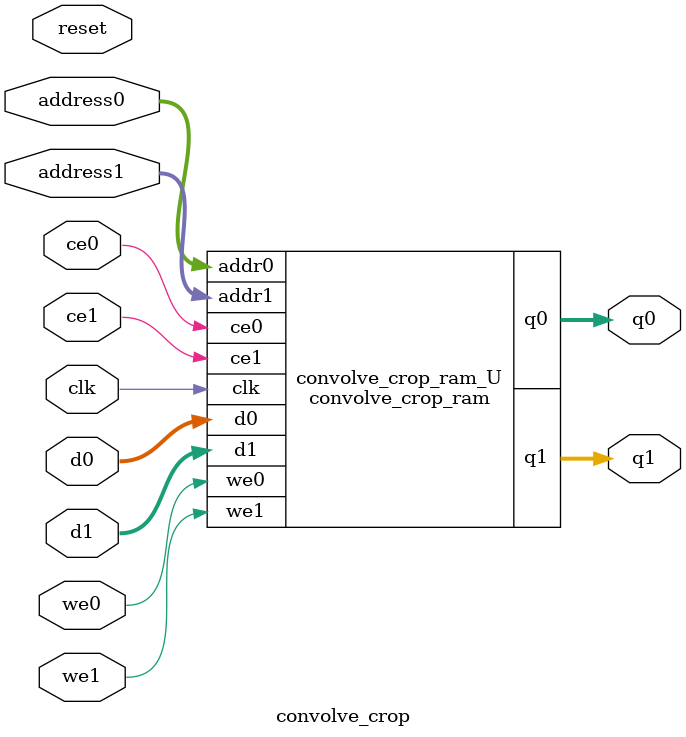
<source format=v>

`timescale 1 ns / 1 ps
module convolve_crop_ram (addr0, ce0, d0, we0, q0, addr1, ce1, d1, we1, q1,  clk);

parameter DWIDTH = 32;
parameter AWIDTH = 4;
parameter MEM_SIZE = 9;

input[AWIDTH-1:0] addr0;
input ce0;
input[DWIDTH-1:0] d0;
input we0;
output reg[DWIDTH-1:0] q0;
input[AWIDTH-1:0] addr1;
input ce1;
input[DWIDTH-1:0] d1;
input we1;
output reg[DWIDTH-1:0] q1;
input clk;

(* ram_style = "block" *)reg [DWIDTH-1:0] ram[0:MEM_SIZE-1];




always @(posedge clk)  
begin 
    if (ce0) 
    begin
        if (we0) 
        begin 
            ram[addr0] <= d0; 
            q0 <= d0;
        end 
        else 
            q0 <= ram[addr0];
    end
end


always @(posedge clk)  
begin 
    if (ce1) 
    begin
        if (we1) 
        begin 
            ram[addr1] <= d1; 
            q1 <= d1;
        end 
        else 
            q1 <= ram[addr1];
    end
end


endmodule


`timescale 1 ns / 1 ps
module convolve_crop(
    reset,
    clk,
    address0,
    ce0,
    we0,
    d0,
    q0,
    address1,
    ce1,
    we1,
    d1,
    q1);

parameter DataWidth = 32'd32;
parameter AddressRange = 32'd9;
parameter AddressWidth = 32'd4;
input reset;
input clk;
input[AddressWidth - 1:0] address0;
input ce0;
input we0;
input[DataWidth - 1:0] d0;
output[DataWidth - 1:0] q0;
input[AddressWidth - 1:0] address1;
input ce1;
input we1;
input[DataWidth - 1:0] d1;
output[DataWidth - 1:0] q1;



convolve_crop_ram convolve_crop_ram_U(
    .clk( clk ),
    .addr0( address0 ),
    .ce0( ce0 ),
    .d0( d0 ),
    .we0( we0 ),
    .q0( q0 ),
    .addr1( address1 ),
    .ce1( ce1 ),
    .d1( d1 ),
    .we1( we1 ),
    .q1( q1 ));

endmodule


</source>
